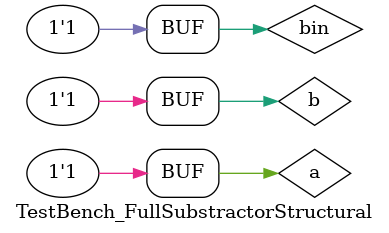
<source format=sv>
`timescale 1ns / 1ps


module TestBench_FullSubstractorStructural();
    logic a, b, bin;
    logic d, bo;
// instantiate device under test
    FullSubstractorStructural dut(a, b, bin, d, bo);
// apply inputs one at a time
    initial begin
    a = 0; b = 0; bin = 0; #10;
    bin = 1; #10;
    b = 1; bin = 0; #10;
    bin = 1; #10;
    a = 1; b = 0; bin = 0; #10;
    bin = 1; #10;
    b = 1; bin = 0; #10;
    bin = 1; #10;
    end
endmodule

</source>
